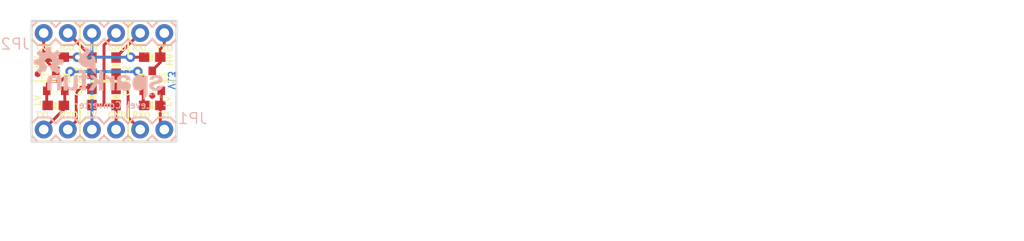
<source format=kicad_pcb>
(kicad_pcb (version 20211014) (generator pcbnew)
  (layers (0 "F.Cu" signal) (31 "B.Cu" signal) (34 "B.Paste" user) (35 "F.Paste" user) (36 "B.SilkS" user "B.Silkscreen") (37 "F.SilkS" user "F.Silkscreen") (38 "B.Mask" user) (39 "F.Mask" user) (44 "Edge.Cuts" user))
  (net 0 "")
  (net 1 "GND")
  (net 2 "LV")
  (net 3 "TX_HV")
  (net 4 "RX_HV")
  (net 5 "HV")
  (net 6 "RX_LV")
  (net 7 "TX_LV")
  (net 8 "TX2_LV")
  (net 9 "RX2_LV")
  (net 10 "RX2_HV")
  (net 11 "TX2_HV")
  (footprint "boardEagle:MICRO-FIDUCIAL" (layer "F.Cu") (at 153.5811 106.5276)
    (fp_text reference "JP3" hide)
    (fp_text value "FIDUCIALUFIDUCIAL" hide)
    (pad "1" smd roundrect (at 0 0) (size 0.635 0.635) (layers "F.Cu" "F.Mask") (roundrect_rratio 0.5))
  )
  (footprint "boardEagle:0603-RES" (layer "F.Cu") (at 143.4211 102.4636 180)
    (fp_text reference "R4" (at 0.1524 0.9779) (layer "F.SilkS") (effects (font (size 0.376489 0.376489) (thickness 0.029911)) (justify right)))
    (fp_text value "10K")
    (fp_poly (pts (xy -0.2286 0.381) (xy 0.2286 0.381) (xy 0.2286 -0.381) (xy -0.2286 -0.381)) (layer "F.SilkS") (width 0) (fill solid))
    (pad "1" smd rect (at -0.85 0 180) (size 1.1 1) (layers "F.Cu" "F.Paste" "F.Mask") (net 5 "HV"))
    (pad "2" smd rect (at 0.85 0 180) (size 1.1 1) (layers "F.Cu" "F.Paste" "F.Mask") (net 3 "TX_HV"))
  )
  (footprint "boardEagle:0603-RES" (layer "F.Cu") (at 153.5811 102.4636)
    (fp_text reference "R7" (at -0.9144 -0.5207) (layer "F.SilkS") (effects (font (size 0.376489 0.376489) (thickness 0.029911)) (justify left)))
    (fp_text value "10K")
    (fp_poly (pts (xy -0.2286 0.381) (xy 0.2286 0.381) (xy 0.2286 -0.381) (xy -0.2286 -0.381)) (layer "F.SilkS") (width 0) (fill solid))
    (pad "1" smd rect (at -0.85 0) (size 1.1 1) (layers "F.Cu" "F.Paste" "F.Mask") (net 5 "HV"))
    (pad "2" smd rect (at 0.85 0) (size 1.1 1) (layers "F.Cu" "F.Paste" "F.Mask") (net 11 "TX2_HV"))
  )
  (footprint "boardEagle:SOT23-3" (layer "F.Cu") (at 143.4211 105.0036)
    (fp_text reference "Q1" (at -0.4572 1.2192) (layer "F.SilkS") (effects (font (size 0.376489 0.376489) (thickness 0.029911)) (justify left)))
    (fp_text value "BSS138")
    (fp_line (start -1.4 -0.7) (end -1.4 0.1) (layer "F.SilkS") (width 0.2032))
    (fp_line (start 1.4 -0.7) (end 1.4 0.1) (layer "F.SilkS") (width 0.2032))
    (fp_line (start 0.8 -0.7) (end 1.4 -0.7) (layer "F.SilkS") (width 0.2032))
    (fp_line (start -0.8 -0.7) (end -1.4 -0.7) (layer "F.SilkS") (width 0.2032))
    (pad "1" smd rect (at -0.95 1) (size 0.8 0.9) (layers "F.Cu" "F.Paste" "F.Mask") (net 2 "LV"))
    (pad "2" smd rect (at 0.95 1) (size 0.8 0.9) (layers "F.Cu" "F.Paste" "F.Mask") (net 7 "TX_LV"))
    (pad "3" smd rect (at 0 -1.1) (size 0.8 0.9) (layers "F.Cu" "F.Paste" "F.Mask") (net 3 "TX_HV"))
  )
  (footprint "boardEagle:0603-RES" (layer "F.Cu") (at 149.7711 103.3526 90)
    (fp_text reference "R8" (at -0.889 -0.6985 90) (layer "F.SilkS") (effects (font (size 0.376489 0.376489) (thickness 0.029911)) (justify left)))
    (fp_text value "10K")
    (fp_poly (pts (xy -0.2286 0.381) (xy 0.2286 0.381) (xy 0.2286 -0.381) (xy -0.2286 -0.381)) (layer "F.SilkS") (width 0) (fill solid))
    (pad "1" smd rect (at -0.85 0 90) (size 1.1 1) (layers "F.Cu" "F.Paste" "F.Mask") (net 9 "RX2_LV"))
    (pad "2" smd rect (at 0.85 0 90) (size 1.1 1) (layers "F.Cu" "F.Paste" "F.Mask") (net 10 "RX2_HV"))
  )
  (footprint "boardEagle:0603-RES" (layer "F.Cu") (at 147.2311 106.6546 90)
    (fp_text reference "R5" (at -0.889 -0.6985 90) (layer "F.SilkS") (effects (font (size 0.376489 0.376489) (thickness 0.029911)) (justify left)))
    (fp_text value "20K")
    (fp_poly (pts (xy -0.2286 0.381) (xy 0.2286 0.381) (xy 0.2286 -0.381) (xy -0.2286 -0.381)) (layer "F.SilkS") (width 0) (fill solid))
    (pad "1" smd rect (at -0.85 0 90) (size 1.1 1) (layers "F.Cu" "F.Paste" "F.Mask") (net 1 "GND"))
    (pad "2" smd rect (at 0.85 0 90) (size 1.1 1) (layers "F.Cu" "F.Paste" "F.Mask") (net 6 "RX_LV"))
  )
  (footprint "boardEagle:0603-RES" (layer "F.Cu") (at 149.7711 106.6546 90)
    (fp_text reference "R9" (at -0.889 -0.6985 90) (layer "F.SilkS") (effects (font (size 0.376489 0.376489) (thickness 0.029911)) (justify left)))
    (fp_text value "20K")
    (fp_poly (pts (xy -0.2286 0.381) (xy 0.2286 0.381) (xy 0.2286 -0.381) (xy -0.2286 -0.381)) (layer "F.SilkS") (width 0) (fill solid))
    (pad "1" smd rect (at -0.85 0 90) (size 1.1 1) (layers "F.Cu" "F.Paste" "F.Mask") (net 1 "GND"))
    (pad "2" smd rect (at 0.85 0 90) (size 1.1 1) (layers "F.Cu" "F.Paste" "F.Mask") (net 9 "RX2_LV"))
  )
  (footprint "boardEagle:SOT23-3" (layer "F.Cu") (at 153.5811 105.0036)
    (fp_text reference "Q2" (at -0.381 1.27) (layer "F.SilkS") (effects (font (size 0.376489 0.376489) (thickness 0.029911)) (justify left)))
    (fp_text value "BSS138")
    (fp_line (start -1.4 -0.7) (end -1.4 0.1) (layer "F.SilkS") (width 0.2032))
    (fp_line (start -0.8 -0.7) (end -1.4 -0.7) (layer "F.SilkS") (width 0.2032))
    (fp_line (start 0.8 -0.7) (end 1.4 -0.7) (layer "F.SilkS") (width 0.2032))
    (fp_line (start 1.4 -0.7) (end 1.4 0.1) (layer "F.SilkS") (width 0.2032))
    (pad "1" smd rect (at -0.95 1) (size 0.8 0.9) (layers "F.Cu" "F.Paste" "F.Mask") (net 2 "LV"))
    (pad "2" smd rect (at 0.95 1) (size 0.8 0.9) (layers "F.Cu" "F.Paste" "F.Mask") (net 8 "TX2_LV"))
    (pad "3" smd rect (at 0 -1.1) (size 0.8 0.9) (layers "F.Cu" "F.Paste" "F.Mask") (net 11 "TX2_HV"))
  )
  (footprint "boardEagle:CREATIVE_COMMONS" (layer "F.Cu") (at 162.4711 118.9736)
    (fp_text reference "CC_TEXT1" hide)
    (fp_text value "CREATIVE_COMMONS" hide)
  )
  (footprint "boardEagle:MICRO-FIDUCIAL" (layer "F.Cu") (at 141.5161 104.2416)
    (fp_text reference "JP4" hide)
    (fp_text value "FIDUCIALUFIDUCIAL" hide)
    (pad "1" smd roundrect (at 0 0) (size 0.635 0.635) (layers "F.Cu" "F.Mask") (roundrect_rratio 0.5))
  )
  (footprint "boardEagle:0603-RES" (layer "F.Cu") (at 153.5811 107.5436)
    (fp_text reference "R6" (at 1.0192 -0.9881) (layer "F.SilkS") (effects (font (size 0.376489 0.376489) (thickness 0.029911)) (justify right)))
    (fp_text value "10K")
    (fp_poly (pts (xy -0.2286 0.381) (xy 0.2286 0.381) (xy 0.2286 -0.381) (xy -0.2286 -0.381)) (layer "F.SilkS") (width 0) (fill solid))
    (pad "1" smd rect (at -0.85 0) (size 1.1 1) (layers "F.Cu" "F.Paste" "F.Mask") (net 2 "LV"))
    (pad "2" smd rect (at 0.85 0) (size 1.1 1) (layers "F.Cu" "F.Paste" "F.Mask") (net 8 "TX2_LV"))
  )
  (footprint "boardEagle:0603-RES" (layer "F.Cu") (at 147.2311 103.3526 90)
    (fp_text reference "R1" (at -0.889 -0.6985 90) (layer "F.SilkS") (effects (font (size 0.376489 0.376489) (thickness 0.029911)) (justify left)))
    (fp_text value "10K")
    (fp_poly (pts (xy -0.2286 0.381) (xy 0.2286 0.381) (xy 0.2286 -0.381) (xy -0.2286 -0.381)) (layer "F.SilkS") (width 0) (fill solid))
    (pad "1" smd rect (at -0.85 0 90) (size 1.1 1) (layers "F.Cu" "F.Paste" "F.Mask") (net 6 "RX_LV"))
    (pad "2" smd rect (at 0.85 0 90) (size 1.1 1) (layers "F.Cu" "F.Paste" "F.Mask") (net 4 "RX_HV"))
  )
  (footprint "boardEagle:0603-RES" (layer "F.Cu") (at 143.4211 107.5436)
    (fp_text reference "R3" (at 0.2794 0.9271) (layer "F.SilkS") (effects (font (size 0.376489 0.376489) (thickness 0.029911)) (justify left)))
    (fp_text value "10K")
    (fp_poly (pts (xy -0.2286 0.381) (xy 0.2286 0.381) (xy 0.2286 -0.381) (xy -0.2286 -0.381)) (layer "F.SilkS") (width 0) (fill solid))
    (pad "1" smd rect (at -0.85 0) (size 1.1 1) (layers "F.Cu" "F.Paste" "F.Mask") (net 2 "LV"))
    (pad "2" smd rect (at 0.85 0) (size 1.1 1) (layers "F.Cu" "F.Paste" "F.Mask") (net 7 "TX_LV"))
  )
  (footprint "boardEagle:OSHW-LOGO-S" (layer "B.Cu") (at 142.6591 102.9716 180)
    (fp_text reference "U$2" hide)
    (fp_text value "OSHW-LOGOS" hide)
    (fp_poly (pts (xy 0.301647 1.061351) (xy 0.42347 1.022344) (xy 0.537177 0.963769) (xy 0.92862 1.282946) (xy 1.282946 0.92862) (xy 0.961035 0.533823) (xy 1.057046 0.302084) (xy 1.5638 0.250561) (xy 1.5638 -0.250561) (xy 1.057046 -0.302084) (xy 0.961035 -0.533823) (xy 1.282946 -0.92862) (xy 0.92862 -1.282946) (xy 0.537177 -0.96377) (xy 0.356601 -1.056794) (xy 0.088679 -0.410073) (xy 0.326262 -0.2176) (xy 0.373649 -0.121468) (xy 0.392729 -0.010339) (xy 0.379464 0.101634) (xy 0.334947 0.205229) (xy 0.262842 0.291918) (xy 0.169087 0.354561) (xy 0.061406 0.387999) (xy -0.051342 0.38948) (xy -0.159868 0.358881) (xy -0.255234 0.298724) (xy -0.329589 0.213962) (xy -0.376813 0.111569) (xy -0.392176 0.005767) (xy -0.322923 -0.222565) (xy -0.249312 -0.303773) (xy 0.091677 -0.5081) (xy -0.12929 -0.5081) (xy -0.355332 -1.053732) (xy -0.506597 -0.983577) (xy -0.538922 -0.965192) (xy -0.92862 -1.282946) (xy -1.282946 -0.92862) (xy -0.961035 -0.533823) (xy -1.057046 -0.302084) (xy -1.5638 -0.250561) (xy -1.5638 0.250561) (xy -1.057046 0.302084) (xy -0.961035 0.533823) (xy -1.282946 0.92862) (xy -0.92862 1.282946) (xy -0.533823 0.961035) (xy -0.302084 1.057046) (xy -0.250561 1.5638) (xy 0.250561 1.5638)) (layer "B.SilkS") (width 0) (fill solid))
  )
  (footprint "boardEagle:1X06" (layer "B.Cu") (at 154.8511 110.0836 180)
    (fp_text reference "JP1" (at -1.3462 1.8288) (layer "B.SilkS") (effects (font (size 1.143 1.143) (thickness 0.127)) (justify right top mirror)))
    (fp_text value "")
    (fp_line (start -0.635 1.27) (end 0.635 1.27) (layer "B.SilkS") (width 0.2032))
    (fp_line (start 1.27 0.635) (end 1.905 1.27) (layer "B.SilkS") (width 0.2032))
    (fp_line (start 5.715 1.27) (end 6.35 0.635) (layer "B.SilkS") (width 0.2032))
    (fp_line (start 8.255 -1.27) (end 6.985 -1.27) (layer "B.SilkS") (width 0.2032))
    (fp_line (start 0.635 -1.27) (end -0.635 -1.27) (layer "B.SilkS") (width 0.2032))
    (fp_line (start 12.065 1.27) (end 13.335 1.27) (layer "B.SilkS") (width 0.2032))
    (fp_line (start 13.97 0.635) (end 13.97 -0.635) (layer "B.SilkS") (width 0.2032))
    (fp_line (start -0.635 1.27) (end -1.27 0.635) (layer "B.SilkS") (width 0.2032))
    (fp_line (start 9.525 1.27) (end 10.795 1.27) (layer "B.SilkS") (width 0.2032))
    (fp_line (start 6.985 1.27) (end 6.35 0.635) (layer "B.SilkS") (width 0.2032))
    (fp_line (start 11.43 -0.635) (end 10.795 -1.27) (layer "B.SilkS") (width 0.2032))
    (fp_line (start 3.81 0.635) (end 4.445 1.27) (layer "B.SilkS") (width 0.2032))
    (fp_line (start 5.715 -1.27) (end 4.445 -1.27) (layer "B.SilkS") (width 0.2032))
    (fp_line (start 10.795 -1.27) (end 9.525 -1.27) (layer "B.SilkS") (width 0.2032))
    (fp_line (start 3.81 -0.635) (end 3.175 -1.27) (layer "B.SilkS") (width 0.2032))
    (fp_line (start 4.445 -1.27) (end 3.81 -0.635) (layer "B.SilkS") (width 0.2032))
    (fp_line (start 13.335 -1.27) (end 12.065 -1.27) (layer "B.SilkS") (width 0.2032))
    (fp_line (start 8.255 1.27) (end 8.89 0.635) (layer "B.SilkS") (width 0.2032))
    (fp_line (start 9.525 -1.27) (end 8.89 -0.635) (layer "B.SilkS") (width 0.2032))
    (fp_line (start 6.35 -0.635) (end 5.715 -1.27) (layer "B.SilkS") (width 0.2032))
    (fp_line (start 6.985 1.27) (end 8.255 1.27) (layer "B.SilkS") (width 0.2032))
    (fp_line (start 13.97 -0.635) (end 13.335 -1.27) (layer "B.SilkS") (width 0.2032))
    (fp_line (start 13.335 1.27) (end 13.97 0.635) (layer "B.SilkS") (width 0.2032))
    (fp_line (start -1.27 0.635) (end -1.27 -0.635) (layer "B.SilkS") (width 0.2032))
    (fp_line (start 12.065 -1.27) (end 11.43 -0.635) (layer "B.SilkS") (width 0.2032))
    (fp_line (start -1.27 -0.635) (end -0.635 -1.27) (layer "B.SilkS") (width 0.2032))
    (fp_line (start 6.35 -0.635) (end 6.985 -1.27) (layer "B.SilkS") (width 0.2032))
    (fp_line (start 1.905 -1.27) (end 1.27 -0.635) (layer "B.SilkS") (width 0.2032))
    (fp_line (start 1.27 -0.635) (end 0.635 -1.27) (layer "B.SilkS") (width 0.2032))
    (fp_line (start 8.89 0.635) (end 9.525 1.27) (layer "B.SilkS") (width 0.2032))
    (fp_line (start 1.905 1.27) (end 3.175 1.27) (layer "B.SilkS") (width 0.2032))
    (fp_line (start 3.175 -1.27) (end 1.905 -1.27) (layer "B.SilkS") (width 0.2032))
    (fp_line (start 3.175 1.27) (end 3.81 0.635) (layer "B.SilkS") (width 0.2032))
    (fp_line (start 8.89 -0.635) (end 8.255 -1.27) (layer "B.SilkS") (width 0.2032))
    (fp_line (start 11.43 0.635) (end 12.065 1.27) (layer "B.SilkS") (width 0.2032))
    (fp_line (start 4.445 1.27) (end 5.715 1.27) (layer "B.SilkS") (width 0.2032))
    (fp_line (start 0.635 1.27) (end 1.27 0.635) (layer "B.SilkS") (width 0.2032))
    (fp_line (start 10.795 1.27) (end 11.43 0.635) (layer "B.SilkS") (width 0.2032))
    (pad "1" thru_hole circle (at 0 0 90) (size 1.8796 1.8796) (drill 1.016) (layers *.Cu *.Mask) (net 8 "TX2_LV"))
    (pad "2" thru_hole circle (at 2.54 0 90) (size 1.8796 1.8796) (drill 1.016) (layers *.Cu *.Mask) (net 9 "RX2_LV"))
    (pad "3" thru_hole circle (at 5.08 0 90) (size 1.8796 1.8796) (drill 1.016) (layers *.Cu *.Mask) (net 1 "GND"))
    (pad "4" thru_hole circle (at 7.62 0 90) (size 1.8796 1.8796) (drill 1.016) (layers *.Cu *.Mask) (net 2 "LV"))
    (pad "5" thru_hole circle (at 10.16 0 90) (size 1.8796 1.8796) (drill 1.016) (layers *.Cu *.Mask) (net 6 "RX_LV"))
    (pad "6" thru_hole circle (at 12.7 0 90) (size 1.8796 1.8796) (drill 1.016) (layers *.Cu *.Mask) (net 7 "TX_LV"))
  )
  (footprint "boardEagle:SFE-NEW-WEB" (layer "B.Cu") (at 154.7241 106.9086 180)
    (fp_text reference "JP5" hide)
    (fp_text value "LOGO-SFENW2" hide)
    (fp_line (start 11.7729 0.955) (end 11.7729 1.9202) (layer "B.SilkS") (width 0.0254))
    (fp_line (start 12.1818 2.0091) (end 12.1818 0.955) (layer "B.SilkS") (width 0.0254))
    (fp_line (start 10.7163 0.9449) (end 10.7163 2.5171) (layer "B.SilkS") (width 0.0254))
    (fp_line (start 12.1818 0.955) (end 11.7729 0.955) (layer "B.SilkS") (width 0.0254))
    (fp_line (start 10.7163 2.5171) (end 11.1201 2.5171) (layer "B.SilkS") (width 0.0254))
    (fp_line (start 11.1201 2.2962) (end 11.1277 2.2962) (layer "B.SilkS") (width 0.0254))
    (fp_line (start 11.1201 2.5171) (end 11.1201 2.2962) (layer "B.SilkS") (width 0.0254))
    (fp_line (start 11.1379 1.8136) (end 11.1379 0.9449) (layer "B.SilkS") (width 0.0254))
    (fp_line (start 11.1379 0.9449) (end 10.7163 0.9449) (layer "B.SilkS") (width 0.0254))
    (fp_arc (start 12.0345 2.425699) (mid 11.911985 2.51116) (end 11.7678 2.5502) (layer "B.SilkS") (width 0.0254))
    (fp_arc (start 12.1818 2.0091) (mid 12.172765 2.122002) (end 12.1488 2.2327) (layer "B.SilkS") (width 0.0254))
    (fp_arc (start 11.5672 2.5552) (mid 11.411238 2.523841) (end 11.2725 2.446) (layer "B.SilkS") (width 0.0254))
    (fp_arc (start 11.5976 2.2276) (mid 11.565101 2.235925) (end 11.5316 2.2377) (layer "B.SilkS") (width 0.0254))
    (fp_arc (start 11.1862 2.3571) (mid 11.172158 2.338081) (end 11.1582 2.319) (layer "B.SilkS") (width 0.0254))
    (fp_arc (start 11.7729 1.9202) (mid 11.758038 2.02962) (end 11.7145 2.1311) (layer "B.SilkS") (width 0.0254))
    (fp_arc (start 11.1684 2.0396) (mid 11.146105 1.962214) (end 11.1379 1.8821) (layer "B.SilkS") (width 0.0254))
    (fp_arc (start 11.1379 1.8821) (mid 11.137681 1.84785) (end 11.1379 1.8136) (layer "B.SilkS") (width 0.0254))
    (fp_arc (start 11.4198 2.2327) (mid 11.475702 2.235165) (end 11.5316 2.2377) (layer "B.SilkS") (width 0.0254))
    (fp_arc (start 11.7678 2.5502) (mid 11.667584 2.556058) (end 11.5672 2.5552) (layer "B.SilkS") (width 0.0254))
    (fp_arc (start 11.2725 2.446) (mid 11.226399 2.404414) (end 11.1862 2.3571) (layer "B.SilkS") (width 0.0254))
    (fp_arc (start 11.1455 2.3038) (mid 11.152103 2.311188) (end 11.1582 2.319) (layer "B.SilkS") (width 0.0254))
    (fp_arc (start 11.4198 2.2327) (mid 11.334441 2.214452) (end 11.259799 2.1692) (layer "B.SilkS") (width 0.0254))
    (fp_arc (start 11.7145 2.1311) (mid 11.664346 2.1894) (end 11.5976 2.2276) (layer "B.SilkS") (width 0.0254))
    (fp_arc (start 11.2598 2.1692) (mid 11.206137 2.110016) (end 11.1684 2.0396) (layer "B.SilkS") (width 0.0254))
    (fp_arc (start 11.1277 2.2962) (mid 11.137379 2.298176) (end 11.1455 2.3038) (layer "B.SilkS") (width 0.0254))
    (fp_arc (start 12.1488 2.232699) (mid 12.104013 2.336521) (end 12.0345 2.4257) (layer "B.SilkS") (width 0.0254))
    (fp_poly (pts (xy 1.201557 2.290098) (xy 1.414074 2.156268) (xy 1.42383 2.065) (xy 1.01008 2.065) (xy 1.00135 2.126336) (xy 0.936084 2.220524) (xy 0.871818 2.257603) (xy 0.798545 2.2758) (xy 0.628591 2.2758) (xy 0.583991 2.267366) (xy 0.541641 2.251683) (xy 0.51157 2.232098) (xy 0.488615 2.205726) (xy 0.469153 2.152745) (xy 0.474605 2.097619) (xy 0.521549 2.031824) (xy 0.664468 1.962838) (xy 0.866638 1.922444) (xy 1.206678 1.822687) (xy 1.354318 1.729494) (xy 1.389578 1.692366) (xy 1.416579 1.648151) (xy 1.460229 1.440208) (xy 1.447804 1.4376) (xy 1.460484 1.436955) (xy 1.457817 1.384541) (xy 1.452657 1.33034) (xy 1.371775 1.140043) (xy 1.14885 0.969822) (xy 1.013381 0.927267) (xy 0.74708 0.904177) (xy 0.617383 0.909691) (xy 0.487493 0.922202) (xy 0.306845 0.984179) (xy 0.185213 1.061804) (xy 0.109225 1.132023) (xy 0.056988 1.2215) (xy 0.013059 1.350644) (xy 0.002577 1.410659) (xy -0.00152 1.469003) (xy 0.738195 1.10308) (xy 1.120535 1.189415) (xy 1.224069 1.497645) (xy 0.809011 1.723764) (xy 0.364394 1.98847) (xy 0.308075 2.310537) (xy 0.741882 2.423672)) (layer "B.SilkS") (width 0) (fill solid))
    (fp_poly (pts (xy 0.803285 2.567895) (xy 0.944243 2.553799) (xy 1.081508 2.516334) (xy 1.193542 2.461399) (xy 1.291841 2.383865) (xy 1.357039 2.297824) (xy 1.377068 2.257603) (xy 1.393653 2.216867) (xy 1.417283 2.151914) (xy 1.353784 2.105111) (xy 1.152335 2.254241) (xy 0.736496 2.387002) (xy 0.372563 2.277101) (xy 0.417885 2.019712) (xy 1.241556 1.540676) (xy 1.263422 1.497067) (xy 1.147655 1.152457) (xy 0.724605 1.058492) (xy -0.038666 1.4605) (xy 0.4115 1.4605) (xy 0.4115 1.443466) (xy 0.420402 1.369907) (xy 0.454647 1.305856) (xy 0.524204 1.243359) (xy 0.610838 1.206018) (xy 0.637726 1.200933) (xy 0.665996 1.198897) (xy 0.7328 1.198389) (xy 0.79791 1.198884) (xy 0.968129 1.258019) (xy 1.007666 1.302193) (xy 1.028603 1.358428) (xy 1.025789 1.425439) (xy 0.995864 1.485288) (xy 0.943734 1.527918) (xy 0.715431 1.605731) (xy 0.533161 1.644154) (xy 0.351479 1.692254) (xy 0.230117 1.743632) (xy 0.122357 1.822697) (xy 0.0457 1.960096) (xy 0.0457 1.963141) (xy 0.038572 2.135467) (xy 0.0838 2.300409) (xy 0.0838 2.303445) (xy 0.206233 2.444416) (xy 0.620397 2.567885) (xy 0.71245 2.568634)) (layer "B.SilkS") (width 0) (fill solid))
    (fp_poly (pts (xy 9.4234 1.520809) (xy 9.472888 1.359974) (xy 9.516069 1.308185) (xy 9.573108 1.271734) (xy 9.714103 1.241374) (xy 9.853529 1.268908) (xy 10.003067 1.442966) (xy 10.033 1.684784) (xy 10.033 2.5273) (xy 10.48 2.5273) (xy 10.48 0.9398) (xy 10.0533 0.9398) (xy 10.0533 1.159713) (xy 9.961626 1.051965) (xy 9.823848 0.946774) (xy 9.797269 0.933513) (xy 9.76873 0.924761) (xy 9.46843 0.899096) (xy 9.311419 0.929258) (xy 9.173895 1.0008) (xy 9.172522 1.0008) (xy 9.155194 1.014756) (xy 9.141833 1.028106) (xy 9.055991 1.150842) (xy 9.0022 1.291099) (xy 8.984 1.439423) (xy 8.984 2.5324) (xy 9.4234 2.5324)) (layer "B.SilkS") (width 0) (fill solid))
    (fp_poly (pts (xy 2.834651 2.506079) (xy 2.92707 2.450683) (xy 3.011605 2.383731) (xy 3.1267 2.221709) (xy 3.1267 2.263503) (xy 3.219434 1.972794) (xy 3.236098 1.526727) (xy 3.068933 1.135798) (xy 2.975978 1.041462) (xy 2.864973 0.970996) (xy 2.740356 0.92713) (xy 2.372489 0.922) (xy 2.370226 0.922) (xy 2.254471 0.962806) (xy 2.0828 1.127587) (xy 2.0828 -0.010757) (xy 1.6434 0.385552) (xy 1.6434 2.45912) (xy 2.057593 2.537568) (xy 2.055012 2.330538) (xy 2.068304 2.345345) (xy 2.15812 2.442839) (xy 2.234107 2.497896) (xy 2.368681 2.552194) (xy 2.419192 2.562883) (xy 2.620347 2.565422)) (layer "B.SilkS") (width 0) (fill solid))
    (fp_poly (pts (xy 6.1316 2.557116) (xy 6.1316 2.1463) (xy 6.115783 2.1463) (xy 6.10653 2.147054) (xy 6.097893 2.149211) (xy 6.068387 2.157247) (xy 6.038922 2.161538) (xy 5.96265 2.16474) (xy 5.887609 2.16159) (xy 5.731931 2.107297) (xy 5.637642 2.018651) (xy 5.577302 1.903423) (xy 5.5499 1.736362) (xy 5.5499 0.9423) (xy 5.107878 0.9423) (xy 5.110519 2.454146) (xy 5.522 2.527255) (xy 5.522 2.234211) (xy 5.526569 2.235704) (xy 5.544428 2.262537) (xy 5.578841 2.314524) (xy 5.613758 2.367854) (xy 5.686736 2.438162) (xy 5.778008 2.498223) (xy 5.979984 2.565515)) (layer "B.SilkS") (width 0) (fill solid))
    (fp_poly (pts (xy 8.809435 3.119895) (xy 8.875117 3.1166) (xy 8.89 3.1166) (xy 8.89 2.7889) (xy 8.869112 2.7889) (xy 8.841108 2.7915) (xy 8.660351 2.7915) (xy 8.587936 2.740064) (xy 8.571192 2.699602) (xy 8.5649 2.653436) (xy 8.5649 2.5273) (xy 8.8621 2.5273) (xy 8.8621 2.2352) (xy 8.5623 2.2352) (xy 8.5623 0.9322) (xy 8.1204 0.9322) (xy 8.1204 2.232779) (xy 7.70383 2.235391) (xy 7.995739 2.5273) (xy 8.1255 2.5273) (xy 8.1255 2.560826) (xy 8.143432 2.77702) (xy 8.219199 2.938937) (xy 8.324367 3.032939) (xy 8.449534 3.095959) (xy 8.586403 3.1242) (xy 8.743112 3.1242)) (layer "B.SilkS") (width 0) (fill solid))
    (fp_poly (pts (xy 11.770768 2.56283) (xy 12.043428 2.435548) (xy 12.160999 2.237024) (xy 12.1945 2.010032) (xy 12.1945 0.9423) (xy 11.7602 0.9423) (xy 11.7602 1.918474) (xy 11.70302 2.124971) (xy 11.656141 2.179464) (xy 11.593345 2.215403) (xy 11.53092 2.224956) (xy 11.476269 2.222478) (xy 11.422495 2.220106) (xy 11.268 2.158791) (xy 11.18035 2.034508) (xy 11.1506 1.880883) (xy 11.1506 0.9322) (xy 10.7036 0.9322) (xy 10.7036 2.5298) (xy 11.1328 2.5298) (xy 11.1328 2.310454) (xy 11.136857 2.313263) (xy 11.148195 2.326834) (xy 11.161924 2.345602) (xy 11.176241 2.364992) (xy 11.217267 2.413279) (xy 11.265048 2.456381) (xy 11.406772 2.535896) (xy 11.566093 2.567932)) (layer "B.SilkS") (width 0) (fill solid))
    (fp_poly (pts (xy 4.444983 2.544915) (xy 4.588724 2.501712) (xy 4.72259 2.430523) (xy 4.844814 2.271666) (xy 4.859671 2.1819) (xy 4.8616 2.1819) (xy 4.8616 1.6891) (xy 4.864173 1.6891) (xy 4.861603 1.242544) (xy 4.871819 1.108765) (xy 4.906709 0.979276) (xy 4.920484 0.9423) (xy 4.495275 0.9423) (xy 4.477494 0.951279) (xy 4.472002 0.970735) (xy 4.468249 0.985133) (xy 4.446292 1.084946) (xy 4.440321 1.089528) (xy 4.438946 1.088886) (xy 4.309064 0.98859) (xy 4.153188 0.927249) (xy 3.824183 0.906712) (xy 3.683825 0.938256) (xy 3.554173 1.000134) (xy 3.486826 1.05665) (xy 3.437273 1.130532) (xy 3.3807 1.444163) (xy 3.3807 1.446675) (xy 3.401941 1.543624) (xy 3.446308 1.632822) (xy 3.527788 1.722902) (xy 3.632416 1.784766) (xy 3.937258 1.861632) (xy 4.048648 1.873601) (xy 4.159032 1.884616) (xy 4.224808 1.893434) (xy 4.289167 1.907055) (xy 4.336271 1.923637) (xy 4.379043 1.948303) (xy 4.407461 1.974391) (xy 4.413402 1.982997) (xy 4.4171 1.991455) (xy 4.4171 2.14983) (xy 4.358226 2.232254) (xy 4.254396 2.270917) (xy 4.188033 2.274326) (xy 4.120968 2.275774) (xy 4.006679 2.25395) (xy 3.883049 2.131716) (xy 3.8659 2.045941) (xy 3.8659 2.0295) (xy 3.429 2.0295) (xy 3.429 2.040006) (xy 3.418965 2.041638) (xy 3.439259 2.166448) (xy 3.491292 2.283494) (xy 3.571378 2.383462) (xy 3.674008 2.459597) (xy 3.791998 2.513469) (xy 3.916944 2.547448) (xy 4.18103 2.571338)) (layer "B.SilkS") (width 0) (fill solid))
    (fp_poly (pts (xy 6.7335 1.97376) (xy 7.284539 2.5248) (xy 7.78835 2.5248) (xy 7.197009 1.946483) (xy 7.869909 0.937183) (xy 7.330929 0.939835) (xy 6.903958 1.643716) (xy 6.7386 1.483032) (xy 6.7386 0.9296) (xy 6.306639 0.9296) (xy 6.2941 0.942139) (xy 6.2941 2.887776) (xy 6.7335 3.138467)) (layer "B.SilkS") (width 0) (fill solid))
  )
  (footprint "boardEagle:1X06" (layer "B.Cu") (at 142.1511 99.9236)
    (fp_text reference "JP2" (at -1.3462 1.8288 180) (layer "B.SilkS") (effects (font (size 1.143 1.143) (thickness 0.127)) (justify left bottom mirror)))
    (fp_text value "")
    (fp_line (start 12.065 1.27) (end 13.335 1.27) (layer "B.SilkS") (width 0.2032))
    (fp_line (start 8.255 1.27) (end 8.89 0.635) (layer "B.SilkS") (width 0.2032))
    (fp_line (start 0.635 -1.27) (end -0.635 -1.27) (layer "B.SilkS") (width 0.2032))
    (fp_line (start 13.97 0.635) (end 13.97 -0.635) (layer "B.SilkS") (width 0.2032))
    (fp_line (start 1.905 1.27) (end 3.175 1.27) (layer "B.SilkS") (width 0.2032))
    (fp_line (start 5.715 -1.27) (end 4.445 -1.27) (layer "B.SilkS") (width 0.2032))
    (fp_line (start 13.335 -1.27) (end 12.065 -1.27) (layer "B.SilkS") (width 0.2032))
    (fp_line (start 9.525 -1.27) (end 8.89 -0.635) (layer "B.SilkS") (width 0.2032))
    (fp_line (start 8.255 -1.27) (end 6.985 -1.27) (layer "B.SilkS") (width 0.2032))
    (fp_line (start 1.27 -0.635) (end 0.635 -1.27) (layer "B.SilkS") (width 0.2032))
    (fp_line (start 0.635 1.27) (end 1.27 0.635) (layer "B.SilkS") (width 0.2032))
    (fp_line (start 5.715 1.27) (end 6.35 0.635) (layer "B.SilkS") (width 0.2032))
    (fp_line (start 11.43 -0.635) (end 10.795 -1.27) (layer "B.SilkS") (width 0.2032))
    (fp_line (start 3.81 -0.635) (end 3.175 -1.27) (layer "B.SilkS") (width 0.2032))
    (fp_line (start 4.445 -1.27) (end 3.81 -0.635) (layer "B.SilkS") (width 0.2032))
    (fp_line (start 4.445 1.27) (end 5.715 1.27) (layer "B.SilkS") (width 0.2032))
    (fp_line (start -0.635 1.27) (end 0.635 1.27) (layer "B.SilkS") (width 0.2032))
    (fp_line (start 6.35 -0.635) (end 5.715 -1.27) (layer "B.SilkS") (width 0.2032))
    (fp_line (start 13.97 -0.635) (end 13.335 -1.27) (layer "B.SilkS") (width 0.2032))
    (fp_line (start 3.81 0.635) (end 4.445 1.27) (layer "B.SilkS") (width 0.2032))
    (fp_line (start 1.27 0.635) (end 1.905 1.27) (layer "B.SilkS") (width 0.2032))
    (fp_line (start 11.43 0.635) (end 12.065 1.27) (layer "B.SilkS") (width 0.2032))
    (fp_line (start 6.985 1.27) (end 6.35 0.635) (layer "B.SilkS") (width 0.2032))
    (fp_line (start 6.35 -0.635) (end 6.985 -1.27) (layer "B.SilkS") (width 0.2032))
    (fp_line (start -1.27 -0.635) (end -0.635 -1.27) (layer "B.SilkS") (width 0.2032))
    (fp_line (start 8.89 0.635) (end 9.525 1.27) (layer "B.SilkS") (width 0.2032))
    (fp_line (start -0.635 1.27) (end -1.27 0.635) (layer "B.SilkS") (width 0.2032))
    (fp_line (start 10.795 1.27) (end 11.43 0.635) (layer "B.SilkS") (width 0.2032))
    (fp_line (start -1.27 0.635) (end -1.27 -0.635) (layer "B.SilkS") (width 0.2032))
    (fp_line (start 12.065 -1.27) (end 11.43 -0.635) (layer "B.SilkS") (width 0.2032))
    (fp_line (start 8.89 -0.635) (end 8.255 -1.27) (layer "B.SilkS") (width 0.2032))
    (fp_line (start 9.525 1.27) (end 10.795 1.27) (layer "B.SilkS") (width 0.2032))
    (fp_line (start 6.985 1.27) (end 8.255 1.27) (layer "B.SilkS") (width 0.2032))
    (fp_line (start 1.905 -1.27) (end 1.27 -0.635) (layer "B.SilkS") (width 0.2032))
    (fp_line (start 10.795 -1.27) (end 9.525 -1.27) (layer "B.SilkS") (width 0.2032))
    (fp_line (start 3.175 -1.27) (end 1.905 -1.27) (layer "B.SilkS") (width 0.2032))
    (fp_line (start 3.175 1.27) (end 3.81 0.635) (layer "B.SilkS") (width 0.2032))
    (fp_line (start 13.335 1.27) (end 13.97 0.635) (layer "B.SilkS") (width 0.2032))
    (pad "1" thru_hole circle (at 0 0 270) (size 1.8796 1.8796) (drill 1.016) (layers *.Cu *.Mask) (net 3 "TX_HV"))
    (pad "2" thru_hole circle (at 2.54 0 270) (size 1.8796 1.8796) (drill 1.016) (layers *.Cu *.Mask) (net 4 "RX_HV"))
    (pad "3" thru_hole circle (at 5.08 0 270) (size 1.8796 1.8796) (drill 1.016) (layers *.Cu *.Mask) (net 5 "HV"))
    (pad "4" thru_hole circle (at 7.62 0 270) (size 1.8796 1.8796) (drill 1.016) (layers *.Cu *.Mask) (net 1 "GND"))
    (pad "5" thru_hole circle (at 10.16 0 270) (size 1.8796 1.8796) (drill 1.016) (layers *.Cu *.Mask) (net 10 "RX2_HV"))
    (pad "6" thru_hole circle (at 12.7 0 270) (size 1.8796 1.8796) (drill 1.016) (layers *.Cu *.Mask) (net 11 "TX2_HV"))
  )
  (footprint "boardEagle:SFE-LOGO-FLAME" (layer "B.Cu") (at 147.6121 104.2416 180)
    (fp_text reference "U$1" hide)
    (fp_text value "LOGO-SFESK" hide)
    (fp_poly (pts (xy 1.126002 2.808203) (xy 1.215449 2.785829) (xy 1.228477 2.780783) (xy 1.240149 2.774875) (xy 1.25686 2.766576) (xy 1.275552 2.759834) (xy 1.371694 2.7026) (xy 1.3793 2.7026) (xy 1.3793 2.6772) (xy 1.306833 2.6772) (xy 1.208418 2.657914) (xy 1.074855 2.495286) (xy 1.079365 2.436825) (xy 1.12809 2.341869) (xy 1.204666 2.265196) (xy 1.294069 2.200638) (xy 1.369348 2.168824) (xy 1.450737 2.171632) (xy 1.458864 2.174186) (xy 1.466257 2.177389) (xy 1.530514 2.236956) (xy 1.5368 2.259812) (xy 1.5368 2.377938) (xy 1.763707 2.148127) (xy 1.868186 1.856841) (xy 1.871603 1.856894) (xy 1.87806 1.650435) (xy 1.848857 1.45742) (xy 1.785308 1.272842) (xy 1.6663 1.061578) (xy 1.6663 1.080581) (xy 1.378131 0.80901) (xy 0.982239 0.6985) (xy 0.753005 0.6985) (xy 0.716201 0.692046) (xy 0.681776 0.679592) (xy 0.496322 0.541784) (xy -0.0126 -0.03091) (xy -0.0126 1.52077) (xy 0.060004 1.761967) (xy 0.168295 1.865489) (xy 0.307122 1.917522) (xy 0.4039 1.925089) (xy 0.499384 1.917623) (xy 0.55991 1.908099) (xy 0.557788 1.884433) (xy 0.522216 1.885242) (xy 0.501784 1.876141) (xy 0.420519 1.817154) (xy 0.400722 1.79067) (xy 0.390395 1.7285) (xy 0.400905 1.665229) (xy 0.421405 1.625174) (xy 0.452343 1.592685) (xy 0.546535 1.54355) (xy 0.652229 1.531742) (xy 0.742768 1.550084) (xy 0.82422 1.589656) (xy 0.92203 1.754659) (xy 0.907706 1.848844) (xy 0.850914 1.930401) (xy 0.584707 2.263237) (xy 0.561667 2.510855) (xy 0.627495 2.621556) (xy 0.629042 2.623103) (xy 0.778901 2.74712) (xy 1.032676 2.817064)) (layer "B.SilkS") (width 0) (fill solid))
  )
  (gr_line (start 140.8811 105.0036) (end 143.4211 105.0036) (layer "F.SilkS") (width 0.2032))
  (gr_line (start 151.0411 111.3536) (end 151.0411 107.5436) (layer "F.SilkS") (width 0.2032))
  (gr_line (start 145.9611 98.6536) (end 145.9611 102.4636) (layer "F.SilkS") (width 0.2032))
  (gr_line (start 153.5811 105.0036) (end 156.1211 105.0036) (layer "F.SilkS") (width 0.2032))
  (gr_line (start 151.0411 98.6536) (end 151.0411 102.4636) (layer "F.SilkS") (width 0.2032))
  (gr_line (start 147.2311 105.0036) (end 149.7711 105.0036) (layer "F.SilkS") (width 0.3048))
  (gr_line (start 145.9611 111.3536) (end 145.9611 107.5436) (layer "F.SilkS") (width 0.2032))
  (gr_line (start 156.1211 111.3536) (end 156.1211 98.6536) (layer "Edge.Cuts") (width 0.2032))
  (gr_line (start 156.1211 98.6536) (end 140.8811 98.6536) (layer "Edge.Cuts") (width 0.2032))
  (gr_line (start 140.8811 98.6536) (end 140.8811 111.3536) (layer "Edge.Cuts") (width 0.2032))
  (gr_line (start 140.8811 111.3536) (end 156.1211 111.3536) (layer "Edge.Cuts") (width 0.2032))
  (gr_text "V13" (at 155.9941 103.8606 -90) (layer "B.Cu") (effects (font (size 0.69088 0.69088) (thickness 0.12192)) (justify right top mirror)))
  (gr_text "Level Converter" (at 153.5811 107.9246) (layer "B.SilkS") (effects (font (size 0.69088 0.69088) (thickness 0.12192)) (justify left bottom mirror)))
  (gr_text "LV" (at 155.6131 107.7976 90) (layer "F.SilkS") (effects (font (size 0.69088 0.69088) (thickness 0.12192)) (justify left bottom)))
  (gr_text "TXI" (at 153.8986 108.9406) (layer "F.SilkS") (effects (font (size 0.6477 0.6477) (thickness 0.1143)) (justify left bottom)))
  (gr_text "TXO" (at 153.8986 101.8921) (layer "F.SilkS") (effects (font (size 0.6477 0.6477) (thickness 0.1143)) (justify left bottom)))
  (gr_text "HV" (at 146.5961 101.8286) (layer "F.SilkS") (effects (font (size 0.6477 0.6477) (thickness 0.1143)) (justify left bottom)))
  (gr_text "GND" (at 148.8186 101.8286) (layer "F.SilkS") (effects (font (size 0.6477 0.6477) (thickness 0.1143)) (justify left bottom)))
  (gr_text "HV" (at 141.8971 103.7336 90) (layer "F.SilkS") (effects (font (size 0.69088 0.69088) (thickness 0.12192)) (justify left bottom)))
  (gr_text "Chan2" (at 151.2951 106.6546 90) (layer "F.SilkS") (effects (font (size 0.69088 0.69088) (thickness 0.12192)) (justify left bottom)))
  (gr_text "RXI" (at 151.3586 101.8286) (layer "F.SilkS") (effects (font (size 0.6477 0.6477) (thickness 0.1143)) (justify left bottom)))
  (gr_text "RXI" (at 143.7386 101.8286) (layer "F.SilkS") (effects (font (size 0.6477 0.6477) (thickness 0.1143)) (justify left bottom)))
  (gr_text "TXI" (at 141.1986 108.9406) (layer "F.SilkS") (effects (font (size 0.6477 0.6477) (thickness 0.1143)) (justify left bottom)))
  (gr_text "LV" (at 146.5961 108.9406) (layer "F.SilkS") (effects (font (size 0.6477 0.6477) (thickness 0.1143)) (justify left bottom)))
  (gr_text "LV" (at 141.8971 107.6706 90) (layer "F.SilkS") (effects (font (size 0.69088 0.69088) (thickness 0.12192)) (justify left bottom)))
  (gr_text "RXO" (at 151.3586 108.9406) (layer "F.SilkS") (effects (font (size 0.6477 0.6477) (thickness 0.1143)) (justify left bottom)))
  (gr_text "Chan1" (at 146.2151 106.6546 90) (layer "F.SilkS") (effects (font (size 0.69088 0.69088) (thickness 0.12192)) (justify left bottom)))
  (gr_text "HV" (at 155.8671 103.4796 90) (layer "F.SilkS") (effects (font (size 0.69088 0.69088) (thickness 0.12192)) (justify left bottom)))
  (gr_text "RXO" (at 143.7386 108.9406) (layer "F.SilkS") (effects (font (size 0.6477 0.6477) (thickness 0.1143)) (justify left bottom)))
  (gr_text "TXO" (at 141.1986 101.8286) (layer "F.SilkS") (effects (font (size 0.6477 0.6477) (thickness 0.1143)) (justify left bottom)))
  (gr_text "GND" (at 148.8186 108.9406) (layer "F.SilkS") (effects (font (size 0.6477 0.6477) (thickness 0.1143)) (justify left bottom)))
  (segment (start 148.5011 107.5046) (end 149.7711 107.5046) (width 0.3048) (layer "F.Cu") (net 1))
  (segment (start 149.7711 110.0836) (end 149.7711 107.5046) (width 0.3048) (layer "F.Cu") (net 1))
  (segment (start 147.2311 107.5046) (end 148.5011 107.5046) (width 0.3048) (layer "F.Cu") (net 1))
  (segment (start 148.5011 107.5046) (end 148.5011 101.1936) (width 0.3048) (layer "F.Cu") (net 1))
  (segment (start 148.5011 101.1936) (end 149.7711 99.9236) (width 0.3048) (layer "F.Cu") (net 1))
  (segment (start 152.5811 106.0036) (end 152.6311 106.0036) (width 0.3048) (layer "F.Cu") (net 2))
  (segment (start 143.9291 105.0036) (end 144.9451 103.9876) (width 0.3048) (layer "F.Cu") (net 2))
  (segment (start 142.5161 106.0036) (end 142.5321 106.0196) (width 0.3048) (layer "F.Cu") (net 2))
  (segment (start 142.4711 106.0036) (end 142.5161 106.0036) (width 0.3048) (layer "F.Cu") (net 2))
  (segment (start 142.5711 107.5436) (end 142.7861 107.5436) (width 0.3048) (layer "F.Cu") (net 2))
  (segment (start 152.8191 107.5436) (end 152.7311 107.5436) (width 0.3048) (layer "F.Cu") (net 2))
  (segment (start 142.4711 107.2286) (end 142.4711 106.0036) (width 0.3048) (layer "F.Cu") (net 2))
  (segment (start 142.7861 107.5436) (end 142.4711 107.2286) (width 0.3048) (layer "F.Cu") (net 2))
  (segment (start 152.5811 104.5116) (end 152.5811 106.0036) (width 0.3048) (layer "F.Cu") (net 2))
  (segment (start 142.5321 105.2576) (end 142.7861 105.0036) (width 0.3048) (layer "F.Cu") (net 2))
  (segment (start 152.6311 107.3556) (end 152.8191 107.5436) (width 0.3048) (layer "F.Cu") (net 2))
  (segment (start 142.7861 105.0036) (end 143.9291 105.0036) (width 0.3048) (layer "F.Cu") (net 2))
  (segment (start 152.5811 106.0036) (end 152.5651 106.0196) (width 0.3048) (layer "F.Cu") (net 2))
  (segment (start 152.6311 106.0036) (end 152.6311 107.3556) (width 0.3048) (layer "F.Cu") (net 2))
  (segment (start 142.5321 106.0196) (end 142.5321 105.2576) (width 0.3048) (layer "F.Cu") (net 2))
  (segment (start 152.0571 103.9876) (end 152.5811 104.5116) (width 0.3048) (layer "F.Cu") (net 2))
  (via (at 152.0571 103.9876) (size 1.016) (drill 0.508) (layers "F.Cu" "B.Cu") (net 2))
  (via (at 144.9451 103.9876) (size 1.016) (drill 0.508) (layers "F.Cu" "B.Cu") (net 2))
  (segment (start 147.2311 103.9876) (end 152.0571 103.9876) (width 0.3048) (layer "B.Cu") (net 2))
  (segment (start 144.9451 103.9876) (end 147.2311 103.9876) (width 0.3048) (layer "B.Cu") (net 2))
  (segment (start 147.2311 103.9876) (end 147.2311 110.0836) (width 0.3048) (layer "B.Cu") (net 2))
  (segment (start 143.4211 103.8606) (end 143.4211 103.9036) (width 0.3048) (layer "F.Cu") (net 3))
  (segment (start 142.5711 103.0106) (end 142.5711 102.4636) (width 0.3048) (layer "F.Cu") (net 3))
  (segment (start 142.5711 102.4636) (end 142.7861 102.4636) (width 0.3048) (layer "F.Cu") (net 3))
  (segment (start 143.4211 103.8606) (end 142.5711 103.0106) (width 0.3048) (layer "F.Cu") (net 3))
  (segment (start 142.1511 101.8286) (end 142.1511 99.9236) (width 0.3048) (layer "F.Cu") (net 3))
  (segment (start 142.7861 102.4636) (end 142.1511 101.8286) (width 0.3048) (layer "F.Cu") (net 3))
  (segment (start 147.2311 102.4636) (end 147.2311 102.5026) (width 0.3048) (layer "F.Cu") (net 4))
  (segment (start 144.6911 99.9236) (end 147.2311 102.4636) (width 0.3048) (layer "F.Cu") (net 4))
  (segment (start 151.2951 102.4636) (end 152.7311 102.4636) (width 0.3048) (layer "F.Cu") (net 5))
  (segment (start 144.2711 102.4636) (end 145.7071 102.4636) (width 0.3048) (layer "F.Cu") (net 5))
  (via (at 145.7071 102.4636) (size 1.016) (drill 0.508) (layers "F.Cu" "B.Cu") (net 5))
  (via (at 151.2951 102.4636) (size 1.016) (drill 0.508) (layers "F.Cu" "B.Cu") (net 5))
  (segment (start 147.2311 102.4636) (end 151.2951 102.4636) (width 0.3048) (layer "B.Cu") (net 5))
  (segment (start 145.7071 102.4636) (end 147.2311 102.4636) (width 0.3048) (layer "B.Cu") (net 5))
  (segment (start 147.2311 102.4636) (end 147.2311 99.9236) (width 0.3048) (layer "B.Cu") (net 5))
  (segment (start 145.5801 109.1946) (end 145.5801 106.1466) (width 0.3048) (layer "F.Cu") (net 6))
  (segment (start 146.0881 105.6386) (end 147.2311 105.6386) (width 0.3048) (layer "F.Cu") (net 6))
  (segment (start 147.2311 105.6386) (end 147.2311 105.8046) (width 0.3048) (layer "F.Cu") (net 6))
  (segment (start 147.2311 105.8046) (end 147.2311 104.2026) (width 0.3048) (layer "F.Cu") (net 6))
  (segment (start 145.5801 106.1466) (end 146.0881 105.6386) (width 0.3048) (layer "F.Cu") (net 6))
  (segment (start 144.6911 110.0836) (end 145.5801 109.1946) (width 0.3048) (layer "F.Cu") (net 6))
  (segment (start 144.0561 107.5436) (end 144.3711 107.2286) (width 0.3048) (layer "F.Cu") (net 7))
  (segment (start 142.1511 110.0836) (end 144.2711 107.9636) (width 0.3048) (layer "F.Cu") (net 7))
  (segment (start 144.2711 107.5436) (end 144.0561 107.5436) (width 0.3048) (layer "F.Cu") (net 7))
  (segment (start 144.3711 107.2286) (end 144.3711 106.0036) (width 0.3048) (layer "F.Cu") (net 7))
  (segment (start 144.2711 107.9636) (end 144.2711 107.5436) (width 0.3048) (layer "F.Cu") (net 7))
  (segment (start 154.4311 109.6636) (end 154.4311 107.5436) (width 0.3048) (layer "F.Cu") (net 8))
  (segment (start 154.8511 110.0836) (end 154.4311 109.6636) (width 0.3048) (layer "F.Cu") (net 8))
  (segment (start 154.4311 107.5436) (end 154.5311 107.4436) (width 0.3048) (layer "F.Cu") (net 8))
  (segment (start 154.5311 107.4436) (end 154.5311 106.0036) (width 0.3048) (layer "F.Cu") (net 8))
  (segment (start 151.0411 106.0196) (end 150.6601 105.6386) (width 0.3048) (layer "F.Cu") (net 9))
  (segment (start 149.7711 105.8046) (end 149.7711 104.2026) (width 0.3048) (layer "F.Cu") (net 9))
  (segment (start 149.7711 105.6386) (end 149.7711 105.8046) (width 0.3048) (layer "F.Cu") (net 9))
  (segment (start 150.6601 105.6386) (end 149.7711 105.6386) (width 0.3048) (layer "F.Cu") (net 9))
  (segment (start 151.0411 108.8136) (end 151.0411 106.0196) (width 0.3048) (layer "F.Cu") (net 9))
  (segment (start 152.3111 110.0836) (end 151.0411 108.8136) (width 0.3048) (layer "F.Cu") (net 9))
  (segment (start 149.7711 102.5026) (end 149.7711 102.4636) (width 0.3048) (layer "F.Cu") (net 10))
  (segment (start 149.7711 102.4636) (end 152.3111 99.9236) (width 0.3048) (layer "F.Cu") (net 10))
  (segment (start 153.5811 103.9036) (end 153.5811 103.8606) (width 0.3048) (layer "F.Cu") (net 11))
  (segment (start 154.4311 103.0106) (end 154.4311 102.4636) (width 0.3048) (layer "F.Cu") (net 11))
  (segment (start 153.5811 103.8606) (end 154.4311 103.0106) (width 0.3048) (layer "F.Cu") (net 11))
  (segment (start 154.8511 101.1936) (end 154.4311 101.6136) (width 0.3048) (layer "F.Cu") (net 11))
  (segment (start 154.8511 99.9236) (end 154.8511 101.1936) (width 0.3048) (layer "F.Cu") (net 11))
  (segment (start 154.4311 101.6136) (end 154.4311 102.4636) (width 0.3048) (layer "F.Cu") (net 11))
)
</source>
